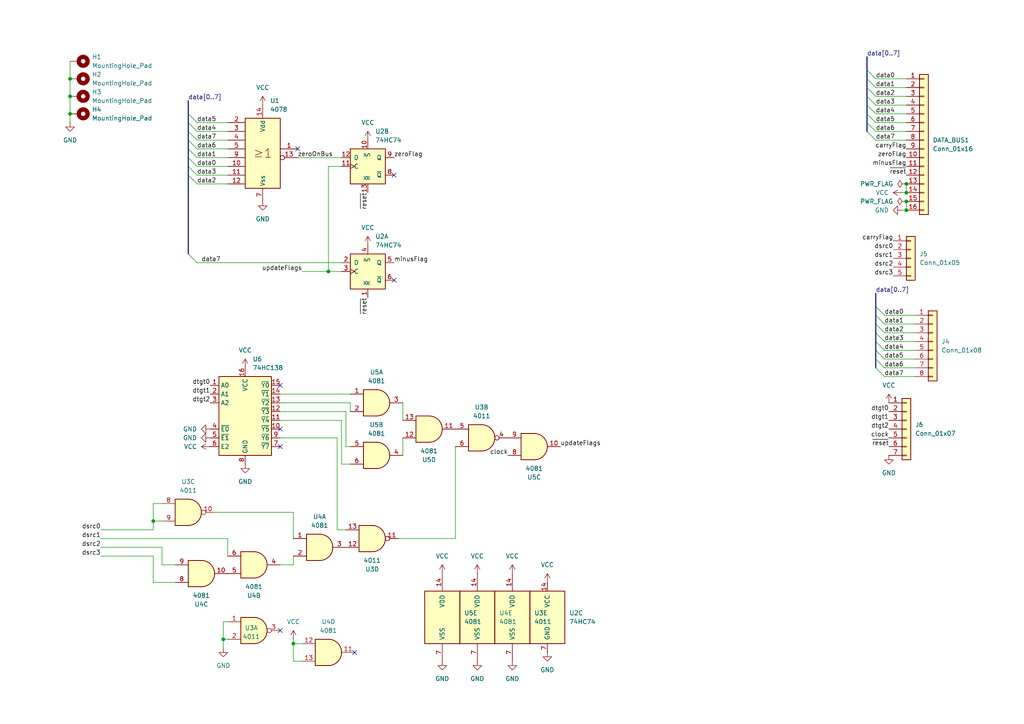
<source format=kicad_sch>
(kicad_sch (version 20250114) (generator "eeschema") (generator_version "9.0")
  (paper "A4")
  (title_block (title "PC-09 Orchestrator Interconnect") (date "2025-02-27") (rev "A"))
  (lib_symbols
    (symbol "4xxx:4011" (pin_names (offset 1.016))
      (property "Reference" "U" (at 0 1.27 0))
      (property "Value" "4011" (at 0 -1.27 0))
      (symbol "4011_1_1"
        (arc (start 0 3.81) (mid 3.7934 0) (end 0 -3.81) (stroke (width 0.254)) (fill (type background)))
        (polyline (pts (xy 0 3.81) (xy -3.81 3.81) (xy -3.81 -3.81) (xy 0 -3.81)) (stroke (width 0.254)) (fill (type background)))
        (pin input line (at -7.62 2.54 0) (length 3.81) (name "~") (number "1"))
        (pin input line (at -7.62 -2.54 0) (length 3.81) (name "~") (number "2"))
        (pin output inverted (at 7.62 0 180) (length 3.81) (name "~") (number "3"))
      )
      (symbol "4011_1_2"
        (arc (start -3.81 3.81) (mid -2.589 0) (end -3.81 -3.81) (stroke (width 0.254)))
        (polyline (pts (xy -3.81 3.81) (xy -0.635 3.81)) (stroke (width 0.254)) (fill (type background)))
        (polyline (pts (xy -3.81 -3.81) (xy -0.635 -3.81)) (stroke (width 0.254)) (fill (type background)))
        (arc (start 3.81 0) (mid 2.1855 -2.584) (end -0.6096 -3.81) (stroke (width 0.254)) (fill (type background)))
        (arc (start -0.6096 3.81) (mid 2.1928 2.5924) (end 3.81 0) (stroke (width 0.254)) (fill (type background)))
        (polyline (pts (xy -0.635 3.81) (xy -3.81 3.81) (xy -3.81 3.81) (xy -3.556 3.4036) (xy -3.0226 2.2606) (xy -2.6924 1.0414) (xy -2.6162 -0.254) (xy -2.7686 -1.4986) (xy -3.175 -2.7178) (xy -3.81 -3.81) (xy -3.81 -3.81) (xy -0.635 -3.81)) (stroke (width -25.4)) (fill (type background)))
        (pin input inverted (at -7.62 2.54 0) (length 4.318) (name "~") (number "1"))
        (pin input inverted (at -7.62 -2.54 0) (length 4.318) (name "~") (number "2"))
        (pin output line (at 7.62 0 180) (length 3.81) (name "~") (number "3"))
      )
      (symbol "4011_2_1"
        (arc (start 0 3.81) (mid 3.7934 0) (end 0 -3.81) (stroke (width 0.254)) (fill (type background)))
        (polyline (pts (xy 0 3.81) (xy -3.81 3.81) (xy -3.81 -3.81) (xy 0 -3.81)) (stroke (width 0.254)) (fill (type background)))
        (pin input line (at -7.62 2.54 0) (length 3.81) (name "~") (number "5"))
        (pin input line (at -7.62 -2.54 0) (length 3.81) (name "~") (number "6"))
        (pin output inverted (at 7.62 0 180) (length 3.81) (name "~") (number "4"))
      )
      (symbol "4011_2_2"
        (arc (start -3.81 3.81) (mid -2.589 0) (end -3.81 -3.81) (stroke (width 0.254)))
        (polyline (pts (xy -3.81 3.81) (xy -0.635 3.81)) (stroke (width 0.254)) (fill (type background)))
        (polyline (pts (xy -3.81 -3.81) (xy -0.635 -3.81)) (stroke (width 0.254)) (fill (type background)))
        (arc (start 3.81 0) (mid 2.1855 -2.584) (end -0.6096 -3.81) (stroke (width 0.254)) (fill (type background)))
        (arc (start -0.6096 3.81) (mid 2.1928 2.5924) (end 3.81 0) (stroke (width 0.254)) (fill (type background)))
        (polyline (pts (xy -0.635 3.81) (xy -3.81 3.81) (xy -3.81 3.81) (xy -3.556 3.4036) (xy -3.0226 2.2606) (xy -2.6924 1.0414) (xy -2.6162 -0.254) (xy -2.7686 -1.4986) (xy -3.175 -2.7178) (xy -3.81 -3.81) (xy -3.81 -3.81) (xy -0.635 -3.81)) (stroke (width -25.4)) (fill (type background)))
        (pin input inverted (at -7.62 2.54 0) (length 4.318) (name "~") (number "5"))
        (pin input inverted (at -7.62 -2.54 0) (length 4.318) (name "~") (number "6"))
        (pin output line (at 7.62 0 180) (length 3.81) (name "~") (number "4"))
      )
      (symbol "4011_3_1"
        (arc (start 0 3.81) (mid 3.7934 0) (end 0 -3.81) (stroke (width 0.254)) (fill (type background)))
        (polyline (pts (xy 0 3.81) (xy -3.81 3.81) (xy -3.81 -3.81) (xy 0 -3.81)) (stroke (width 0.254)) (fill (type background)))
        (pin input line (at -7.62 2.54 0) (length 3.81) (name "~") (number "8"))
        (pin input line (at -7.62 -2.54 0) (length 3.81) (name "~") (number "9"))
        (pin output inverted (at 7.62 0 180) (length 3.81) (name "~") (number "10"))
      )
      (symbol "4011_3_2"
        (arc (start -3.81 3.81) (mid -2.589 0) (end -3.81 -3.81) (stroke (width 0.254)))
        (polyline (pts (xy -3.81 3.81) (xy -0.635 3.81)) (stroke (width 0.254)) (fill (type background)))
        (polyline (pts (xy -3.81 -3.81) (xy -0.635 -3.81)) (stroke (width 0.254)) (fill (type background)))
        (arc (start 3.81 0) (mid 2.1855 -2.584) (end -0.6096 -3.81) (stroke (width 0.254)) (fill (type background)))
        (arc (start -0.6096 3.81) (mid 2.1928 2.5924) (end 3.81 0) (stroke (width 0.254)) (fill (type background)))
        (polyline (pts (xy -0.635 3.81) (xy -3.81 3.81) (xy -3.81 3.81) (xy -3.556 3.4036) (xy -3.0226 2.2606) (xy -2.6924 1.0414) (xy -2.6162 -0.254) (xy -2.7686 -1.4986) (xy -3.175 -2.7178) (xy -3.81 -3.81) (xy -3.81 -3.81) (xy -0.635 -3.81)) (stroke (width -25.4)) (fill (type background)))
        (pin input inverted (at -7.62 2.54 0) (length 4.318) (name "~") (number "8"))
        (pin input inverted (at -7.62 -2.54 0) (length 4.318) (name "~") (number "9"))
        (pin output line (at 7.62 0 180) (length 3.81) (name "~") (number "10"))
      )
      (symbol "4011_4_1"
        (arc (start 0 3.81) (mid 3.7934 0) (end 0 -3.81) (stroke (width 0.254)) (fill (type background)))
        (polyline (pts (xy 0 3.81) (xy -3.81 3.81) (xy -3.81 -3.81) (xy 0 -3.81)) (stroke (width 0.254)) (fill (type background)))
        (pin input line (at -7.62 2.54 0) (length 3.81) (name "~") (number "12"))
        (pin input line (at -7.62 -2.54 0) (length 3.81) (name "~") (number "13"))
        (pin output inverted (at 7.62 0 180) (length 3.81) (name "~") (number "11"))
      )
      (symbol "4011_4_2"
        (arc (start -3.81 3.81) (mid -2.589 0) (end -3.81 -3.81) (stroke (width 0.254)))
        (polyline (pts (xy -3.81 3.81) (xy -0.635 3.81)) (stroke (width 0.254)) (fill (type background)))
        (polyline (pts (xy -3.81 -3.81) (xy -0.635 -3.81)) (stroke (width 0.254)) (fill (type background)))
        (arc (start 3.81 0) (mid 2.1855 -2.584) (end -0.6096 -3.81) (stroke (width 0.254)) (fill (type background)))
        (arc (start -0.6096 3.81) (mid 2.1928 2.5924) (end 3.81 0) (stroke (width 0.254)) (fill (type background)))
        (polyline (pts (xy -0.635 3.81) (xy -3.81 3.81) (xy -3.81 3.81) (xy -3.556 3.4036) (xy -3.0226 2.2606) (xy -2.6924 1.0414) (xy -2.6162 -0.254) (xy -2.7686 -1.4986) (xy -3.175 -2.7178) (xy -3.81 -3.81) (xy -3.81 -3.81) (xy -0.635 -3.81)) (stroke (width -25.4)) (fill (type background)))
        (pin input inverted (at -7.62 2.54 0) (length 4.318) (name "~") (number "12"))
        (pin input inverted (at -7.62 -2.54 0) (length 4.318) (name "~") (number "13"))
        (pin output line (at 7.62 0 180) (length 3.81) (name "~") (number "11"))
      )
      (symbol "4011_5_0"
        (pin power_in line (at 0 12.7 270) (length 5.08) (name "VDD") (number "14"))
        (pin power_in line (at 0 -12.7 90) (length 5.08) (name "VSS") (number "7"))
      )
      (symbol "4011_5_1"
        (rectangle (start -5.08 7.62) (end 5.08 -7.62) (stroke (width 0.254)) (fill (type background)))
      )
    )
    (symbol "4xxx:4081" (pin_names (offset 1.016))
      (property "Reference" "U" (at 0 1.27 0))
      (property "Value" "4081" (at 0 -1.27 0))
      (symbol "4081_1_1"
        (arc (start 0 3.81) (mid 3.7934 0) (end 0 -3.81) (stroke (width 0.254)) (fill (type background)))
        (polyline (pts (xy 0 3.81) (xy -3.81 3.81) (xy -3.81 -3.81) (xy 0 -3.81)) (stroke (width 0.254)) (fill (type background)))
        (pin input line (at -7.62 2.54 0) (length 3.81) (name "~") (number "1"))
        (pin input line (at -7.62 -2.54 0) (length 3.81) (name "~") (number "2"))
        (pin output line (at 7.62 0 180) (length 3.81) (name "~") (number "3"))
      )
      (symbol "4081_1_2"
        (arc (start -3.81 3.81) (mid -2.589 0) (end -3.81 -3.81) (stroke (width 0.254)))
        (polyline (pts (xy -3.81 3.81) (xy -0.635 3.81)) (stroke (width 0.254)) (fill (type background)))
        (polyline (pts (xy -3.81 -3.81) (xy -0.635 -3.81)) (stroke (width 0.254)) (fill (type background)))
        (arc (start 3.81 0) (mid 2.1855 -2.584) (end -0.6096 -3.81) (stroke (width 0.254)) (fill (type background)))
        (arc (start -0.6096 3.81) (mid 2.1928 2.5924) (end 3.81 0) (stroke (width 0.254)) (fill (type background)))
        (polyline (pts (xy -0.635 3.81) (xy -3.81 3.81) (xy -3.81 3.81) (xy -3.556 3.4036) (xy -3.0226 2.2606) (xy -2.6924 1.0414) (xy -2.6162 -0.254) (xy -2.7686 -1.4986) (xy -3.175 -2.7178) (xy -3.81 -3.81) (xy -3.81 -3.81) (xy -0.635 -3.81)) (stroke (width -25.4)) (fill (type background)))
        (pin input inverted (at -7.62 2.54 0) (length 4.318) (name "~") (number "1"))
        (pin input inverted (at -7.62 -2.54 0) (length 4.318) (name "~") (number "2"))
        (pin output inverted (at 7.62 0 180) (length 3.81) (name "~") (number "3"))
      )
      (symbol "4081_2_1"
        (arc (start 0 3.81) (mid 3.7934 0) (end 0 -3.81) (stroke (width 0.254)) (fill (type background)))
        (polyline (pts (xy 0 3.81) (xy -3.81 3.81) (xy -3.81 -3.81) (xy 0 -3.81)) (stroke (width 0.254)) (fill (type background)))
        (pin input line (at -7.62 2.54 0) (length 3.81) (name "~") (number "5"))
        (pin input line (at -7.62 -2.54 0) (length 3.81) (name "~") (number "6"))
        (pin output line (at 7.62 0 180) (length 3.81) (name "~") (number "4"))
      )
      (symbol "4081_2_2"
        (arc (start -3.81 3.81) (mid -2.589 0) (end -3.81 -3.81) (stroke (width 0.254)))
        (polyline (pts (xy -3.81 3.81) (xy -0.635 3.81)) (stroke (width 0.254)) (fill (type background)))
        (polyline (pts (xy -3.81 -3.81) (xy -0.635 -3.81)) (stroke (width 0.254)) (fill (type background)))
        (arc (start 3.81 0) (mid 2.1855 -2.584) (end -0.6096 -3.81) (stroke (width 0.254)) (fill (type background)))
        (arc (start -0.6096 3.81) (mid 2.1928 2.5924) (end 3.81 0) (stroke (width 0.254)) (fill (type background)))
        (polyline (pts (xy -0.635 3.81) (xy -3.81 3.81) (xy -3.81 3.81) (xy -3.556 3.4036) (xy -3.0226 2.2606) (xy -2.6924 1.0414) (xy -2.6162 -0.254) (xy -2.7686 -1.4986) (xy -3.175 -2.7178) (xy -3.81 -3.81) (xy -3.81 -3.81) (xy -0.635 -3.81)) (stroke (width -25.4)) (fill (type background)))
        (pin input inverted (at -7.62 2.54 0) (length 4.318) (name "~") (number "5"))
        (pin input inverted (at -7.62 -2.54 0) (length 4.318) (name "~") (number "6"))
        (pin output inverted (at 7.62 0 180) (length 3.81) (name "~") (number "4"))
      )
      (symbol "4081_3_1"
        (arc (start 0 3.81) (mid 3.7934 0) (end 0 -3.81) (stroke (width 0.254)) (fill (type background)))
        (polyline (pts (xy 0 3.81) (xy -3.81 3.81) (xy -3.81 -3.81) (xy 0 -3.81)) (stroke (width 0.254)) (fill (type background)))
        (pin input line (at -7.62 2.54 0) (length 3.81) (name "~") (number "8"))
        (pin input line (at -7.62 -2.54 0) (length 3.81) (name "~") (number "9"))
        (pin output line (at 7.62 0 180) (length 3.81) (name "~") (number "10"))
      )
      (symbol "4081_3_2"
        (arc (start -3.81 3.81) (mid -2.589 0) (end -3.81 -3.81) (stroke (width 0.254)))
        (polyline (pts (xy -3.81 3.81) (xy -0.635 3.81)) (stroke (width 0.254)) (fill (type background)))
        (polyline (pts (xy -3.81 -3.81) (xy -0.635 -3.81)) (stroke (width 0.254)) (fill (type background)))
        (arc (start 3.81 0) (mid 2.1855 -2.584) (end -0.6096 -3.81) (stroke (width 0.254)) (fill (type background)))
        (arc (start -0.6096 3.81) (mid 2.1928 2.5924) (end 3.81 0) (stroke (width 0.254)) (fill (type background)))
        (polyline (pts (xy -0.635 3.81) (xy -3.81 3.81) (xy -3.81 3.81) (xy -3.556 3.4036) (xy -3.0226 2.2606) (xy -2.6924 1.0414) (xy -2.6162 -0.254) (xy -2.7686 -1.4986) (xy -3.175 -2.7178) (xy -3.81 -3.81) (xy -3.81 -3.81) (xy -0.635 -3.81)) (stroke (width -25.4)) (fill (type background)))
        (pin input inverted (at -7.62 2.54 0) (length 4.318) (name "~") (number "8"))
        (pin input inverted (at -7.62 -2.54 0) (length 4.318) (name "~") (number "9"))
        (pin output inverted (at 7.62 0 180) (length 3.81) (name "~") (number "10"))
      )
      (symbol "4081_4_1"
        (arc (start 0 3.81) (mid 3.7934 0) (end 0 -3.81) (stroke (width 0.254)) (fill (type background)))
        (polyline (pts (xy 0 3.81) (xy -3.81 3.81) (xy -3.81 -3.81) (xy 0 -3.81)) (stroke (width 0.254)) (fill (type background)))
        (pin input line (at -7.62 2.54 0) (length 3.81) (name "~") (number "12"))
        (pin input line (at -7.62 -2.54 0) (length 3.81) (name "~") (number "13"))
        (pin output line (at 7.62 0 180) (length 3.81) (name "~") (number "11"))
      )
      (symbol "4081_4_2"
        (arc (start -3.81 3.81) (mid -2.589 0) (end -3.81 -3.81) (stroke (width 0.254)))
        (polyline (pts (xy -3.81 3.81) (xy -0.635 3.81)) (stroke (width 0.254)) (fill (type background)))
        (polyline (pts (xy -3.81 -3.81) (xy -0.635 -3.81)) (stroke (width 0.254)) (fill (type background)))
        (arc (start 3.81 0) (mid 2.1855 -2.584) (end -0.6096 -3.81) (stroke (width 0.254)) (fill (type background)))
        (arc (start -0.6096 3.81) (mid 2.1928 2.5924) (end 3.81 0) (stroke (width 0.254)) (fill (type background)))
        (polyline (pts (xy -0.635 3.81) (xy -3.81 3.81) (xy -3.81 3.81) (xy -3.556 3.4036) (xy -3.0226 2.2606) (xy -2.6924 1.0414) (xy -2.6162 -0.254) (xy -2.7686 -1.4986) (xy -3.175 -2.7178) (xy -3.81 -3.81) (xy -3.81 -3.81) (xy -0.635 -3.81)) (stroke (width -25.4)) (fill (type background)))
        (pin input inverted (at -7.62 2.54 0) (length 4.318) (name "~") (number "12"))
        (pin input inverted (at -7.62 -2.54 0) (length 4.318) (name "~") (number "13"))
        (pin output inverted (at 7.62 0 180) (length 3.81) (name "~") (number "11"))
      )
      (symbol "4081_5_0"
        (pin power_in line (at 0 12.7 270) (length 5.08) (name "VDD") (number "14"))
        (pin power_in line (at 0 -12.7 90) (length 5.08) (name "VSS") (number "7"))
      )
      (symbol "4081_5_1"
        (rectangle (start -5.08 7.62) (end 5.08 -7.62) (stroke (width 0.254)) (fill (type background)))
      )
    )
    (symbol "4xxx_IEEE:4078"
      (property "Reference" "U" (at 2.54 10.16 0))
      (property "Value" "4078" (at 5.08 -12.7 0))
      (symbol "4078_0_0"
        (rectangle (start -5.08 8.89) (end 5.08 -11.43) (stroke (width 0.254)) (fill (type background)))
        (pin power_in line (at 0 12.7 270) (length 3.81) (name "Vdd") (number "14"))
      )
      (symbol "4078_1_0"
        (text "≥1" (at 0 -1.27 0) (effects (font (size 2.54 2.54))))
        (pin power_in line (at 0 -15.24 90) (length 3.81) (name "Vss") (number "7"))
      )
      (symbol "4078_1_1"
        (pin input line (at -10.16 7.62 0) (length 5.08) (name "~") (number "2"))
        (pin input line (at -10.16 5.08 0) (length 5.08) (name "~") (number "3"))
        (pin input line (at -10.16 2.54 0) (length 5.08) (name "~") (number "4"))
        (pin input line (at -10.16 0 0) (length 5.08) (name "~") (number "5"))
        (pin input line (at -10.16 -2.54 0) (length 5.08) (name "~") (number "9"))
        (pin input line (at -10.16 -5.08 0) (length 5.08) (name "~") (number "10"))
        (pin input line (at -10.16 -7.62 0) (length 5.08) (name "~") (number "11"))
        (pin input line (at -10.16 -10.16 0) (length 5.08) (name "~") (number "12"))
        (pin no_connect line (at 5.08 5.08 180) (length 3.81) (hide yes) (name "~") (number "8"))
        (pin no_connect line (at 5.08 2.54 180) (length 3.81) (hide yes) (name "~") (number "6"))
        (pin output line (at 10.16 0 180) (length 5.08) (name "~") (number "1"))
        (pin output inverted (at 10.16 -2.54 180) (length 5.08) (name "~") (number "13"))
      )
    )
    (symbol "74xx:74HC138"
      (property "Reference" "U" (at -7.62 13.97 0))
      (property "Value" "74HC138" (at 2.54 -11.43 0))
      (symbol "74HC138_0_1"
        (rectangle (start -7.62 12.7) (end 7.62 -10.16) (stroke (width 0.254)) (fill (type background)))
      )
      (symbol "74HC138_1_1"
        (pin input line (at -10.16 10.16 0) (length 2.54) (name "A0") (number "1"))
        (pin input line (at -10.16 7.62 0) (length 2.54) (name "A1") (number "2"))
        (pin input line (at -10.16 5.08 0) (length 2.54) (name "A2") (number "3"))
        (pin input line (at -10.16 -2.54 0) (length 2.54) (name "~{E0}") (number "4"))
        (pin input line (at -10.16 -5.08 0) (length 2.54) (name "~{E1}") (number "5"))
        (pin input line (at -10.16 -7.62 0) (length 2.54) (name "E2") (number "6"))
        (pin power_in line (at 0 15.24 270) (length 2.54) (name "VCC") (number "16"))
        (pin power_in line (at 0 -12.7 90) (length 2.54) (name "GND") (number "8"))
        (pin output line (at 10.16 10.16 180) (length 2.54) (name "~{Y0}") (number "15"))
        (pin output line (at 10.16 7.62 180) (length 2.54) (name "~{Y1}") (number "14"))
        (pin output line (at 10.16 5.08 180) (length 2.54) (name "~{Y2}") (number "13"))
        (pin output line (at 10.16 2.54 180) (length 2.54) (name "~{Y3}") (number "12"))
        (pin output line (at 10.16 0 180) (length 2.54) (name "~{Y4}") (number "11"))
        (pin output line (at 10.16 -2.54 180) (length 2.54) (name "~{Y5}") (number "10"))
        (pin output line (at 10.16 -5.08 180) (length 2.54) (name "~{Y6}") (number "9"))
        (pin output line (at 10.16 -7.62 180) (length 2.54) (name "~{Y7}") (number "7"))
      )
    )
    (symbol "74xx:74HC74" (pin_names (offset 1.016))
      (property "Reference" "U" (at -7.62 8.89 0))
      (property "Value" "74HC74" (at -7.62 -8.89 0))
      (symbol "74HC74_1_0"
        (pin input line (at -7.62 2.54 0) (length 2.54) (name "D") (number "2"))
        (pin input clock (at -7.62 0 0) (length 2.54) (name "C") (number "3"))
        (pin input line (at 0 7.62 270) (length 2.54) (name "~{S}") (number "4"))
        (pin input line (at 0 -7.62 90) (length 2.54) (name "~{R}") (number "1"))
        (pin output line (at 7.62 2.54 180) (length 2.54) (name "Q") (number "5"))
        (pin output line (at 7.62 -2.54 180) (length 2.54) (name "~{Q}") (number "6"))
      )
      (symbol "74HC74_1_1"
        (rectangle (start -5.08 5.08) (end 5.08 -5.08) (stroke (width 0.254)) (fill (type background)))
      )
      (symbol "74HC74_2_0"
        (pin input line (at -7.62 2.54 0) (length 2.54) (name "D") (number "12"))
        (pin input clock (at -7.62 0 0) (length 2.54) (name "C") (number "11"))
        (pin input line (at 0 7.62 270) (length 2.54) (name "~{S}") (number "10"))
        (pin input line (at 0 -7.62 90) (length 2.54) (name "~{R}") (number "13"))
        (pin output line (at 7.62 2.54 180) (length 2.54) (name "Q") (number "9"))
        (pin output line (at 7.62 -2.54 180) (length 2.54) (name "~{Q}") (number "8"))
      )
      (symbol "74HC74_2_1"
        (rectangle (start -5.08 5.08) (end 5.08 -5.08) (stroke (width 0.254)) (fill (type background)))
      )
      (symbol "74HC74_3_0"
        (pin power_in line (at 0 10.16 270) (length 2.54) (name "VCC") (number "14"))
        (pin power_in line (at 0 -10.16 90) (length 2.54) (name "GND") (number "7"))
      )
      (symbol "74HC74_3_1"
        (rectangle (start -5.08 7.62) (end 5.08 -7.62) (stroke (width 0.254)) (fill (type background)))
      )
    )
    (symbol "Connector_Generic:Conn_01x05" (pin_names (offset 1.016) (hide yes))
      (property "Reference" "J" (at 0 7.62 0))
      (property "Value" "Conn_01x05" (at 0 -7.62 0))
      (symbol "Conn_01x05_1_1"
        (rectangle (start -1.27 6.35) (end 1.27 -6.35) (stroke (width 0.254)) (fill (type background)))
        (rectangle (start -1.27 5.207) (end 0 4.953) (stroke (width 0.1524)))
        (rectangle (start -1.27 2.667) (end 0 2.413) (stroke (width 0.1524)))
        (rectangle (start -1.27 0.127) (end 0 -0.127) (stroke (width 0.1524)))
        (rectangle (start -1.27 -2.413) (end 0 -2.667) (stroke (width 0.1524)))
        (rectangle (start -1.27 -4.953) (end 0 -5.207) (stroke (width 0.1524)))
        (pin passive line (at -5.08 5.08 0) (length 3.81) (name "Pin_1") (number "1"))
        (pin passive line (at -5.08 2.54 0) (length 3.81) (name "Pin_2") (number "2"))
        (pin passive line (at -5.08 0 0) (length 3.81) (name "Pin_3") (number "3"))
        (pin passive line (at -5.08 -2.54 0) (length 3.81) (name "Pin_4") (number "4"))
        (pin passive line (at -5.08 -5.08 0) (length 3.81) (name "Pin_5") (number "5"))
      )
    )
    (symbol "Connector_Generic:Conn_01x07" (pin_names (offset 1.016) (hide yes))
      (property "Reference" "J" (at 0 10.16 0))
      (property "Value" "Conn_01x07" (at 0 -10.16 0))
      (symbol "Conn_01x07_1_1"
        (rectangle (start -1.27 8.89) (end 1.27 -8.89) (stroke (width 0.254)) (fill (type background)))
        (rectangle (start -1.27 7.747) (end 0 7.493) (stroke (width 0.1524)))
        (rectangle (start -1.27 5.207) (end 0 4.953) (stroke (width 0.1524)))
        (rectangle (start -1.27 2.667) (end 0 2.413) (stroke (width 0.1524)))
        (rectangle (start -1.27 0.127) (end 0 -0.127) (stroke (width 0.1524)))
        (rectangle (start -1.27 -2.413) (end 0 -2.667) (stroke (width 0.1524)))
        (rectangle (start -1.27 -4.953) (end 0 -5.207) (stroke (width 0.1524)))
        (rectangle (start -1.27 -7.493) (end 0 -7.747) (stroke (width 0.1524)))
        (pin passive line (at -5.08 7.62 0) (length 3.81) (name "Pin_1") (number "1"))
        (pin passive line (at -5.08 5.08 0) (length 3.81) (name "Pin_2") (number "2"))
        (pin passive line (at -5.08 2.54 0) (length 3.81) (name "Pin_3") (number "3"))
        (pin passive line (at -5.08 0 0) (length 3.81) (name "Pin_4") (number "4"))
        (pin passive line (at -5.08 -2.54 0) (length 3.81) (name "Pin_5") (number "5"))
        (pin passive line (at -5.08 -5.08 0) (length 3.81) (name "Pin_6") (number "6"))
        (pin passive line (at -5.08 -7.62 0) (length 3.81) (name "Pin_7") (number "7"))
      )
    )
    (symbol "Connector_Generic:Conn_01x08" (pin_names (offset 1.016) (hide yes))
      (property "Reference" "J" (at 0 10.16 0))
      (property "Value" "Conn_01x08" (at 0 -12.7 0))
      (symbol "Conn_01x08_1_1"
        (rectangle (start -1.27 8.89) (end 1.27 -11.43) (stroke (width 0.254)) (fill (type background)))
        (rectangle (start -1.27 7.747) (end 0 7.493) (stroke (width 0.1524)))
        (rectangle (start -1.27 5.207) (end 0 4.953) (stroke (width 0.1524)))
        (rectangle (start -1.27 2.667) (end 0 2.413) (stroke (width 0.1524)))
        (rectangle (start -1.27 0.127) (end 0 -0.127) (stroke (width 0.1524)))
        (rectangle (start -1.27 -2.413) (end 0 -2.667) (stroke (width 0.1524)))
        (rectangle (start -1.27 -4.953) (end 0 -5.207) (stroke (width 0.1524)))
        (rectangle (start -1.27 -7.493) (end 0 -7.747) (stroke (width 0.1524)))
        (rectangle (start -1.27 -10.033) (end 0 -10.287) (stroke (width 0.1524)))
        (pin passive line (at -5.08 7.62 0) (length 3.81) (name "Pin_1") (number "1"))
        (pin passive line (at -5.08 5.08 0) (length 3.81) (name "Pin_2") (number "2"))
        (pin passive line (at -5.08 2.54 0) (length 3.81) (name "Pin_3") (number "3"))
        (pin passive line (at -5.08 0 0) (length 3.81) (name "Pin_4") (number "4"))
        (pin passive line (at -5.08 -2.54 0) (length 3.81) (name "Pin_5") (number "5"))
        (pin passive line (at -5.08 -5.08 0) (length 3.81) (name "Pin_6") (number "6"))
        (pin passive line (at -5.08 -7.62 0) (length 3.81) (name "Pin_7") (number "7"))
        (pin passive line (at -5.08 -10.16 0) (length 3.81) (name "Pin_8") (number "8"))
      )
    )
    (symbol "Connector_Generic:Conn_01x16" (pin_names (offset 1.016) (hide yes))
      (property "Reference" "J" (at 0 20.32 0))
      (property "Value" "Conn_01x16" (at 0 -22.86 0))
      (symbol "Conn_01x16_1_1"
        (rectangle (start -1.27 19.05) (end 1.27 -21.59) (stroke (width 0.254)) (fill (type background)))
        (rectangle (start -1.27 17.907) (end 0 17.653) (stroke (width 0.1524)))
        (rectangle (start -1.27 15.367) (end 0 15.113) (stroke (width 0.1524)))
        (rectangle (start -1.27 12.827) (end 0 12.573) (stroke (width 0.1524)))
        (rectangle (start -1.27 10.287) (end 0 10.033) (stroke (width 0.1524)))
        (rectangle (start -1.27 7.747) (end 0 7.493) (stroke (width 0.1524)))
        (rectangle (start -1.27 5.207) (end 0 4.953) (stroke (width 0.1524)))
        (rectangle (start -1.27 2.667) (end 0 2.413) (stroke (width 0.1524)))
        (rectangle (start -1.27 0.127) (end 0 -0.127) (stroke (width 0.1524)))
        (rectangle (start -1.27 -2.413) (end 0 -2.667) (stroke (width 0.1524)))
        (rectangle (start -1.27 -4.953) (end 0 -5.207) (stroke (width 0.1524)))
        (rectangle (start -1.27 -7.493) (end 0 -7.747) (stroke (width 0.1524)))
        (rectangle (start -1.27 -10.033) (end 0 -10.287) (stroke (width 0.1524)))
        (rectangle (start -1.27 -12.573) (end 0 -12.827) (stroke (width 0.1524)))
        (rectangle (start -1.27 -15.113) (end 0 -15.367) (stroke (width 0.1524)))
        (rectangle (start -1.27 -17.653) (end 0 -17.907) (stroke (width 0.1524)))
        (rectangle (start -1.27 -20.193) (end 0 -20.447) (stroke (width 0.1524)))
        (pin passive line (at -5.08 17.78 0) (length 3.81) (name "Pin_1") (number "1"))
        (pin passive line (at -5.08 15.24 0) (length 3.81) (name "Pin_2") (number "2"))
        (pin passive line (at -5.08 12.7 0) (length 3.81) (name "Pin_3") (number "3"))
        (pin passive line (at -5.08 10.16 0) (length 3.81) (name "Pin_4") (number "4"))
        (pin passive line (at -5.08 7.62 0) (length 3.81) (name "Pin_5") (number "5"))
        (pin passive line (at -5.08 5.08 0) (length 3.81) (name "Pin_6") (number "6"))
        (pin passive line (at -5.08 2.54 0) (length 3.81) (name "Pin_7") (number "7"))
        (pin passive line (at -5.08 0 0) (length 3.81) (name "Pin_8") (number "8"))
        (pin passive line (at -5.08 -2.54 0) (length 3.81) (name "Pin_9") (number "9"))
        (pin passive line (at -5.08 -5.08 0) (length 3.81) (name "Pin_10") (number "10"))
        (pin passive line (at -5.08 -7.62 0) (length 3.81) (name "Pin_11") (number "11"))
        (pin passive line (at -5.08 -10.16 0) (length 3.81) (name "Pin_12") (number "12"))
        (pin passive line (at -5.08 -12.7 0) (length 3.81) (name "Pin_13") (number "13"))
        (pin passive line (at -5.08 -15.24 0) (length 3.81) (name "Pin_14") (number "14"))
        (pin passive line (at -5.08 -17.78 0) (length 3.81) (name "Pin_15") (number "15"))
        (pin passive line (at -5.08 -20.32 0) (length 3.81) (name "Pin_16") (number "16"))
      )
    )
    (symbol "Mechanical:MountingHole_Pad" (pin_numbers (hide yes)) (pin_names (offset 1.016) (hide yes)) (exclude_from_sim yes) (in_bom no)
      (property "Reference" "H" (at 0 6.35 0))
      (property "Value" "MountingHole_Pad" (at 0 4.445 0))
      (symbol "MountingHole_Pad_0_1"
        (circle (center 0 1.27) (radius 1.27) (stroke (width 1.27)))
      )
      (symbol "MountingHole_Pad_1_1"
        (pin input line (at 0 -2.54 90) (length 2.54) (name "1") (number "1"))
      )
    )
    (symbol "power:GND" (power) (pin_numbers (hide yes)) (pin_names (offset 0) (hide yes))
      (property "Value" "GND" (at 0 -3.81 0))
      (symbol "GND_0_1"
        (polyline (pts (xy 0 0) (xy 0 -1.27) (xy 1.27 -1.27) (xy 0 -2.54) (xy -1.27 -1.27) (xy 0 -1.27)))
      )
      (symbol "GND_1_1"
        (pin power_in line (at 0 0 270) (length 0) (name "~") (number "1"))
      )
    )
    (symbol "power:PWR_FLAG" (power) (pin_numbers (hide yes)) (pin_names (offset 0) (hide yes))
      (property "Value" "PWR_FLAG" (at 0 3.81 0))
      (symbol "PWR_FLAG_0_0"
        (pin power_out line (at 0 0 90) (length 0) (name "~") (number "1"))
      )
      (symbol "PWR_FLAG_0_1"
        (polyline (pts (xy 0 0) (xy 0 1.27) (xy -1.016 1.905) (xy 0 2.54) (xy 1.016 1.905) (xy 0 1.27)))
      )
    )
    (symbol "power:VCC" (power) (pin_numbers (hide yes)) (pin_names (offset 0) (hide yes))
      (property "Value" "VCC" (at 0 3.556 0))
      (symbol "VCC_0_1"
        (polyline (pts (xy -0.762 1.27) (xy 0 2.54)))
        (polyline (pts (xy 0 2.54) (xy 0.762 1.27)))
        (polyline (pts (xy 0 0) (xy 0 2.54)))
      )
      (symbol "VCC_1_1"
        (pin power_in line (at 0 0 90) (length 0) (name "~") (number "1"))
      )
    )
  )
  (junction (at 64.77 185.42))
  (junction (at 262.89 58.42))
  (junction (at 20.32 33.02))
  (junction (at 20.32 27.94))
  (junction (at 262.89 53.34))
  (junction (at 44.45 151.13))
  (junction (at 85.09 186.69))
  (junction (at 95.25 78.74))
  (junction (at 20.32 22.86))
  (junction (at 262.89 55.88))
  (junction (at 262.89 60.96))
  (no_connect (at 81.28 124.46))
  (no_connect (at 86.36 43.18))
  (no_connect (at 114.3 50.8))
  (no_connect (at 81.28 182.88))
  (no_connect (at 114.3 81.28))
  (no_connect (at 81.28 111.76))
  (no_connect (at 81.28 129.54))
  (no_connect (at 102.87 189.23))
  (bus_entry (at 254 93.98) (size 2.54 2.54))
  (bus_entry (at 251.46 20.32) (size 2.54 2.54))
  (bus_entry (at 254 91.44) (size 2.54 2.54))
  (bus_entry (at 251.46 33.02) (size 2.54 2.54))
  (bus_entry (at 54.61 45.72) (size 2.54 2.54))
  (bus_entry (at 251.46 22.86) (size 2.54 2.54))
  (bus_entry (at 54.61 35.56) (size 2.54 2.54))
  (bus_entry (at 254 96.52) (size 2.54 2.54))
  (bus_entry (at 54.61 73.66) (size 2.54 2.54))
  (bus_entry (at 251.46 25.4) (size 2.54 2.54))
  (bus_entry (at 54.61 38.1) (size 2.54 2.54))
  (bus_entry (at 251.46 35.56) (size 2.54 2.54))
  (bus_entry (at 254 106.68) (size 2.54 2.54))
  (bus_entry (at 54.61 50.8) (size 2.54 2.54))
  (bus_entry (at 254 99.06) (size 2.54 2.54))
  (bus_entry (at 54.61 48.26) (size 2.54 2.54))
  (bus_entry (at 254 104.14) (size 2.54 2.54))
  (bus_entry (at 254 101.6) (size 2.54 2.54))
  (bus_entry (at 254 88.9) (size 2.54 2.54))
  (bus_entry (at 251.46 38.1) (size 2.54 2.54))
  (bus_entry (at 54.61 40.64) (size 2.54 2.54))
  (bus_entry (at 54.61 33.02) (size 2.54 2.54))
  (bus_entry (at 251.46 30.48) (size 2.54 2.54))
  (bus_entry (at 251.46 27.94) (size 2.54 2.54))
  (bus_entry (at 54.61 43.18) (size 2.54 2.54))
  (wire (pts (xy 57.15 50.8) (xy 66.04 50.8)))
  (wire (pts (xy 85.09 191.77) (xy 87.63 191.77)))
  (wire (pts (xy 256.54 109.22) (xy 265.43 109.22)))
  (wire (pts (xy 116.84 116.84) (xy 116.84 121.92)))
  (wire (pts (xy 29.21 161.29) (xy 44.45 161.29)))
  (wire (pts (xy 97.79 153.67) (xy 100.33 153.67)))
  (wire (pts (xy 81.28 114.3) (xy 101.6 114.3)))
  (wire (pts (xy 261.62 60.96) (xy 262.89 60.96)))
  (wire (pts (xy 254 40.64) (xy 262.89 40.64)))
  (wire (pts (xy 44.45 153.67) (xy 44.45 151.13)))
  (wire (pts (xy 97.79 127) (xy 97.79 153.67)))
  (wire (pts (xy 66.04 156.21) (xy 66.04 161.29)))
  (bus (pts (xy 254 99.06) (xy 254 101.6)))
  (bus (pts (xy 254 88.9) (xy 254 91.44)))
  (wire (pts (xy 256.54 99.06) (xy 265.43 99.06)))
  (wire (pts (xy 100.33 119.38) (xy 100.33 129.54)))
  (bus (pts (xy 251.46 35.56) (xy 251.46 38.1)))
  (wire (pts (xy 46.99 163.83) (xy 46.99 158.75)))
  (wire (pts (xy 81.28 116.84) (xy 101.6 116.84)))
  (wire (pts (xy 20.32 27.94) (xy 20.32 33.02)))
  (wire (pts (xy 20.32 17.78) (xy 20.32 22.86)))
  (wire (pts (xy 85.09 163.83) (xy 81.28 163.83)))
  (bus (pts (xy 254 91.44) (xy 254 93.98)))
  (wire (pts (xy 44.45 151.13) (xy 46.99 151.13)))
  (wire (pts (xy 64.77 185.42) (xy 64.77 187.96)))
  (wire (pts (xy 256.54 106.68) (xy 265.43 106.68)))
  (wire (pts (xy 29.21 156.21) (xy 66.04 156.21)))
  (wire (pts (xy 44.45 146.05) (xy 46.99 146.05)))
  (wire (pts (xy 254 25.4) (xy 262.89 25.4)))
  (wire (pts (xy 81.28 119.38) (xy 100.33 119.38)))
  (wire (pts (xy 101.6 116.84) (xy 101.6 119.38)))
  (wire (pts (xy 64.77 185.42) (xy 66.04 185.42)))
  (wire (pts (xy 95.25 78.74) (xy 99.06 78.74)))
  (bus (pts (xy 54.61 38.1) (xy 54.61 40.64)))
  (bus (pts (xy 251.46 25.4) (xy 251.46 27.94)))
  (wire (pts (xy 254 27.94) (xy 262.89 27.94)))
  (wire (pts (xy 66.04 180.34) (xy 64.77 180.34)))
  (bus (pts (xy 254 101.6) (xy 254 104.14)))
  (bus (pts (xy 254 85.09) (xy 254 88.9)))
  (wire (pts (xy 87.63 78.74) (xy 95.25 78.74)))
  (wire (pts (xy 99.06 134.62) (xy 99.06 121.92)))
  (wire (pts (xy 85.09 185.42) (xy 85.09 186.69)))
  (bus (pts (xy 251.46 22.86) (xy 251.46 25.4)))
  (bus (pts (xy 54.61 40.64) (xy 54.61 43.18)))
  (wire (pts (xy 85.09 148.59) (xy 85.09 156.21)))
  (wire (pts (xy 46.99 163.83) (xy 50.8 163.83)))
  (wire (pts (xy 256.54 93.98) (xy 265.43 93.98)))
  (wire (pts (xy 99.06 121.92) (xy 81.28 121.92)))
  (wire (pts (xy 46.99 158.75) (xy 29.21 158.75)))
  (wire (pts (xy 85.09 186.69) (xy 87.63 186.69)))
  (bus (pts (xy 254 93.98) (xy 254 96.52)))
  (bus (pts (xy 251.46 16.51) (xy 251.46 20.32)))
  (wire (pts (xy 254 30.48) (xy 262.89 30.48)))
  (bus (pts (xy 54.61 35.56) (xy 54.61 38.1)))
  (wire (pts (xy 101.6 134.62) (xy 99.06 134.62)))
  (wire (pts (xy 254 35.56) (xy 262.89 35.56)))
  (wire (pts (xy 64.77 180.34) (xy 64.77 185.42)))
  (wire (pts (xy 254 33.02) (xy 262.89 33.02)))
  (wire (pts (xy 100.33 129.54) (xy 101.6 129.54)))
  (bus (pts (xy 251.46 30.48) (xy 251.46 33.02)))
  (wire (pts (xy 261.62 55.88) (xy 262.89 55.88)))
  (bus (pts (xy 54.61 43.18) (xy 54.61 45.72)))
  (wire (pts (xy 62.23 148.59) (xy 85.09 148.59)))
  (wire (pts (xy 57.15 48.26) (xy 66.04 48.26)))
  (bus (pts (xy 251.46 33.02) (xy 251.46 35.56)))
  (wire (pts (xy 57.15 53.34) (xy 66.04 53.34)))
  (wire (pts (xy 256.54 96.52) (xy 265.43 96.52)))
  (wire (pts (xy 132.08 129.54) (xy 132.08 156.21)))
  (wire (pts (xy 86.36 45.72) (xy 99.06 45.72)))
  (wire (pts (xy 57.15 35.56) (xy 66.04 35.56)))
  (bus (pts (xy 54.61 48.26) (xy 54.61 50.8)))
  (wire (pts (xy 44.45 161.29) (xy 44.45 168.91)))
  (wire (pts (xy 95.25 48.26) (xy 95.25 78.74)))
  (wire (pts (xy 132.08 156.21) (xy 115.57 156.21)))
  (bus (pts (xy 251.46 20.32) (xy 251.46 22.86)))
  (bus (pts (xy 54.61 33.02) (xy 54.61 35.56)))
  (wire (pts (xy 254 22.86) (xy 262.89 22.86)))
  (bus (pts (xy 54.61 45.72) (xy 54.61 48.26)))
  (bus (pts (xy 54.61 29.21) (xy 54.61 33.02)))
  (wire (pts (xy 254 38.1) (xy 262.89 38.1)))
  (wire (pts (xy 85.09 186.69) (xy 85.09 191.77)))
  (wire (pts (xy 256.54 101.6) (xy 265.43 101.6)))
  (bus (pts (xy 254 96.52) (xy 254 99.06)))
  (wire (pts (xy 262.89 58.42) (xy 262.89 60.96)))
  (wire (pts (xy 57.15 43.18) (xy 66.04 43.18)))
  (bus (pts (xy 54.61 50.8) (xy 54.61 73.66)))
  (wire (pts (xy 262.89 53.34) (xy 262.89 55.88)))
  (wire (pts (xy 256.54 91.44) (xy 265.43 91.44)))
  (wire (pts (xy 99.06 48.26) (xy 95.25 48.26)))
  (wire (pts (xy 57.15 45.72) (xy 66.04 45.72)))
  (wire (pts (xy 29.21 153.67) (xy 44.45 153.67)))
  (wire (pts (xy 57.15 40.64) (xy 66.04 40.64)))
  (bus (pts (xy 254 104.14) (xy 254 106.68)))
  (wire (pts (xy 44.45 151.13) (xy 44.45 146.05)))
  (bus (pts (xy 251.46 27.94) (xy 251.46 30.48)))
  (wire (pts (xy 81.28 127) (xy 97.79 127)))
  (wire (pts (xy 256.54 104.14) (xy 265.43 104.14)))
  (wire (pts (xy 85.09 161.29) (xy 85.09 163.83)))
  (wire (pts (xy 20.32 35.56) (xy 20.32 33.02)))
  (wire (pts (xy 57.15 76.2) (xy 99.06 76.2)))
  (wire (pts (xy 116.84 127) (xy 116.84 132.08)))
  (wire (pts (xy 20.32 22.86) (xy 20.32 27.94)))
  (wire (pts (xy 57.15 38.1) (xy 66.04 38.1)))
  (wire (pts (xy 44.45 168.91) (xy 50.8 168.91)))
  (label "dsrc1" (at 29.21 156.21 180))
  (label "data3" (at 254 30.48 0))
  (label "zeroFlag" (at 262.89 45.72 180))
  (label "~{reset}" (at 257.81 129.54 180))
  (label "dsrc0" (at 259.08 72.39 180))
  (label "data[0..7]" (at 254 85.09 0))
  (label "zeroOnBus" (at 86.36 45.72 0))
  (label "data3" (at 57.15 50.8 0))
  (label "dsrc3" (at 29.21 161.29 180))
  (label "data4" (at 256.54 101.6 0))
  (label "~{reset}" (at 262.89 50.8 180))
  (label "minusFlag" (at 114.3 76.2 0))
  (label "carryFlag" (at 262.89 43.18 180))
  (label "data7" (at 256.54 109.22 0))
  (label "updateFlags" (at 162.56 129.54 0))
  (label "dtgt0" (at 257.81 119.38 180))
  (label "dsrc2" (at 29.21 158.75 180))
  (label "~{reset}" (at 106.68 55.88 270))
  (label "data6" (at 256.54 106.68 0))
  (label "data5" (at 254 35.56 0))
  (label "clock" (at 257.81 127 180))
  (label "dsrc2" (at 259.08 77.47 180))
  (label "data1" (at 57.15 45.72 0))
  (label "data7" (at 254 40.64 0))
  (label "data4" (at 254 33.02 0))
  (label "dsrc1" (at 259.08 74.93 180))
  (label "dsrc0" (at 29.21 153.67 180))
  (label "data2" (at 256.54 96.52 0))
  (label "data1" (at 256.54 93.98 0))
  (label "dtgt1" (at 60.96 114.3 180))
  (label "~{reset}" (at 106.68 86.36 270))
  (label "data2" (at 254 27.94 0))
  (label "data0" (at 256.54 91.44 0))
  (label "data3" (at 256.54 99.06 0))
  (label "data7" (at 58.42 76.2 0))
  (label "clock" (at 147.32 132.08 180))
  (label "minusFlag" (at 262.89 48.26 180))
  (label "dtgt2" (at 257.81 124.46 180))
  (label "dtgt1" (at 257.81 121.92 180))
  (label "dtgt2" (at 60.96 116.84 180))
  (label "carryFlag" (at 259.08 69.85 180))
  (label "data[0..7]" (at 54.61 29.21 0))
  (label "data[0..7]" (at 251.46 16.51 0))
  (label "dsrc3" (at 259.08 80.01 180))
  (label "data1" (at 254 25.4 0))
  (label "updateFlags" (at 87.63 78.74 180))
  (label "data2" (at 57.15 53.34 0))
  (label "data5" (at 256.54 104.14 0))
  (label "data6" (at 254 38.1 0))
  (label "dtgt0" (at 60.96 111.76 180))
  (label "data4" (at 57.15 38.1 0))
  (label "data0" (at 57.15 48.26 0))
  (label "data7" (at 57.15 40.64 0))
  (label "data5" (at 57.15 35.56 0))
  (label "data6" (at 57.15 43.18 0))
  (label "data0" (at 254 22.86 0))
  (label "zeroFlag" (at 114.3 45.72 0))
  (symbol (lib_id "power:GND") (at 148.59 191.77 0) (unit 1)
    (property "Reference" "#PWR016" (effects (hide yes)))
    (property "Value" "GND" (at 148.59 196.85 0))
    (property "Description" "Power symbol creates a global label with name \"GND\" , ground" (effects (hide yes)))
  )
  (symbol (lib_id "power:VCC") (at 60.96 129.54 90) (unit 1)
    (property "Reference" "#PWR010" (effects (hide yes)))
    (property "Value" "VCC" (at 57.15 129.5399 90) (effects (justify left)))
    (property "Description" "Power symbol creates a global label with name \"VCC\"" (effects (hide yes)))
  )
  (symbol (lib_id "74xx:74HC74") (at 106.68 48.26 0) (unit 2)
    (property "Reference" "U2" (at 108.8233 38.1 0) (effects (justify left)))
    (property "Value" "74HC74" (at 108.8233 40.64 0) (effects (justify left)))
    (property "Footprint" "Package_DIP:DIP-14_W7.62mm_LongPads" (effects (hide yes)))
    (property "Datasheet" "74xx/74hc_hct74.pdf" (effects (hide yes)))
    (property "Description" "Dual D Flip-flop, Set & Reset" (effects (hide yes)))
  )
  (symbol (lib_id "4xxx:4011") (at 54.61 148.59 0) (unit 3)
    (property "Reference" "U3" (at 54.6017 139.7 0))
    (property "Value" "4011" (at 54.6017 142.24 0))
    (property "Footprint" "Package_DIP:DIP-14_W7.62mm_LongPads" (effects (hide yes)))
    (property "Datasheet" "http://www.intersil.com/content/dam/Intersil/documents/cd40/cd4011bms-12bms-23bms.pdf" (effects (hide yes)))
    (property "Description" "Quad Nand 2 inputs" (effects (hide yes)))
  )
  (symbol (lib_id "74xx:74HC138") (at 71.12 121.92 0) (unit 1)
    (property "Reference" "U6" (at 73.2633 104.14 0) (effects (justify left)))
    (property "Value" "74HC138" (at 73.2633 106.68 0) (effects (justify left)))
    (property "Footprint" "Package_DIP:DIP-16_W7.62mm_LongPads" (effects (hide yes)))
    (property "Datasheet" "http://www.ti.com/lit/ds/symlink/cd74hc238.pdf" (effects (hide yes)))
    (property "Description" "3-to-8 line decoder/multiplexer inverting, DIP-16/SOIC-16/SSOP-16" (effects (hide yes)))
  )
  (symbol (lib_id "4xxx_IEEE:4078") (at 76.2 43.18 0) (unit 1)
    (property "Reference" "U1" (at 78.3433 29.21 0) (effects (justify left)))
    (property "Value" "4078" (at 78.3433 31.75 0) (effects (justify left)))
    (property "Footprint" "Package_DIP:DIP-14_W7.62mm_LongPads" (effects (hide yes)))
    (property "Datasheet" "https://www.ti.com/lit/ds/symlink/cd4078b.pdf" (effects (hide yes)))
    (property "Description" "8-input OR/NOR gate" (effects (hide yes)))
  )
  (symbol (lib_id "power:VCC") (at 257.81 116.84 0) (unit 1)
    (property "Reference" "#PWR034" (effects (hide yes)))
    (property "Value" "VCC" (at 257.81 111.76 0))
    (property "Description" "Power symbol creates a global label with name \"VCC\"" (effects (hide yes)))
  )
  (symbol (lib_id "power:VCC") (at 85.09 185.42 0) (unit 1)
    (property "Reference" "#PWR019" (effects (hide yes)))
    (property "Value" "VCC" (at 85.09 180.34 0))
    (property "Description" "Power symbol creates a global label with name \"VCC\"" (effects (hide yes)))
  )
  (symbol (lib_id "4xxx:4081") (at 109.22 116.84 0) (unit 1)
    (property "Reference" "U5" (at 109.2117 107.95 0))
    (property "Value" "4081" (at 109.2117 110.49 0))
    (property "Footprint" "Package_DIP:DIP-14_W7.62mm_LongPads" (effects (hide yes)))
    (property "Datasheet" "http://www.intersil.com/content/dam/Intersil/documents/cd40/cd4073bms-81bms-82bms.pdf" (effects (hide yes)))
    (property "Description" "Quad And 2 inputs" (effects (hide yes)))
  )
  (symbol (lib_id "power:VCC") (at 148.59 166.37 0) (unit 1)
    (property "Reference" "#PWR012" (effects (hide yes)))
    (property "Value" "VCC" (at 148.59 161.29 0))
    (property "Description" "Power symbol creates a global label with name \"VCC\"" (effects (hide yes)))
  )
  (symbol (lib_id "74xx:74HC74") (at 158.75 179.07 0) (unit 3)
    (property "Reference" "U2" (at 165.1 177.7999 0) (effects (justify left)))
    (property "Value" "74HC74" (at 165.1 180.3399 0) (effects (justify left)))
    (property "Footprint" "Package_DIP:DIP-14_W7.62mm_LongPads" (effects (hide yes)))
    (property "Datasheet" "74xx/74hc_hct74.pdf" (effects (hide yes)))
    (property "Description" "Dual D Flip-flop, Set & Reset" (effects (hide yes)))
  )
  (symbol (lib_id "power:GND") (at 257.81 132.08 0) (unit 1)
    (property "Reference" "#PWR033" (effects (hide yes)))
    (property "Value" "GND" (at 257.81 137.16 0))
    (property "Description" "Power symbol creates a global label with name \"GND\" , ground" (effects (hide yes)))
  )
  (symbol (lib_id "4xxx:4081") (at 73.66 163.83 0) (mirror x) (unit 2)
    (property "Reference" "U4" (at 73.6517 172.72 0))
    (property "Value" "4081" (at 73.6517 170.18 0))
    (property "Footprint" "Package_DIP:DIP-14_W7.62mm_LongPads" (effects (hide yes)))
    (property "Datasheet" "http://www.intersil.com/content/dam/Intersil/documents/cd40/cd4073bms-81bms-82bms.pdf" (effects (hide yes)))
    (property "Description" "Quad And 2 inputs" (effects (hide yes)))
  )
  (symbol (lib_id "4xxx:4011") (at 139.7 127 0) (unit 2)
    (property "Reference" "U3" (at 139.6917 118.11 0))
    (property "Value" "4011" (at 139.6917 120.65 0))
    (property "Footprint" "Package_DIP:DIP-14_W7.62mm_LongPads" (effects (hide yes)))
    (property "Datasheet" "http://www.intersil.com/content/dam/Intersil/documents/cd40/cd4011bms-12bms-23bms.pdf" (effects (hide yes)))
    (property "Description" "Quad Nand 2 inputs" (effects (hide yes)))
  )
  (symbol (lib_id "power:VCC") (at 106.68 71.12 0) (unit 1)
    (property "Reference" "#PWR06" (effects (hide yes)))
    (property "Value" "VCC" (at 106.68 66.04 0))
    (property "Description" "Power symbol creates a global label with name \"VCC\"" (effects (hide yes)))
  )
  (symbol (lib_id "power:VCC") (at 71.12 106.68 0) (unit 1)
    (property "Reference" "#PWR011" (effects (hide yes)))
    (property "Value" "VCC" (at 71.12 101.6 0))
    (property "Description" "Power symbol creates a global label with name \"VCC\"" (effects (hide yes)))
  )
  (symbol (lib_id "4xxx:4081") (at 124.46 124.46 0) (mirror x) (unit 4)
    (property "Reference" "U5" (at 124.4517 133.35 0))
    (property "Value" "4081" (at 124.4517 130.81 0))
    (property "Footprint" "Package_DIP:DIP-14_W7.62mm_LongPads" (effects (hide yes)))
    (property "Datasheet" "http://www.intersil.com/content/dam/Intersil/documents/cd40/cd4073bms-81bms-82bms.pdf" (effects (hide yes)))
    (property "Description" "Quad And 2 inputs" (effects (hide yes)))
  )
  (symbol (lib_id "Connector_Generic:Conn_01x05") (at 264.16 74.93 0) (unit 1)
    (property "Reference" "J5" (at 266.7 73.6599 0) (effects (justify left)))
    (property "Value" "Conn_01x05" (at 266.7 76.1999 0) (effects (justify left)))
    (property "Footprint" "Connector_PinSocket_2.54mm:PinSocket_1x05_P2.54mm_Vertical" (effects (hide yes)))
    (property "Description" "Generic connector, single row, 01x05, script generated (kicad-library-utils/schlib/autogen/connector/)" (effects (hide yes)))
  )
  (symbol (lib_id "Mechanical:MountingHole_Pad") (at 22.86 22.86 270) (unit 1) (exclude_from_sim yes) (in_bom no)
    (property "Reference" "H2" (at 26.67 21.5899 90) (effects (justify left)))
    (property "Value" "MountingHole_Pad" (at 26.67 24.1299 90) (effects (justify left)))
    (property "Footprint" "MountingHole:MountingHole_3.2mm_M3_Pad_Via" (effects (hide yes)))
    (property "Description" "Mounting Hole with connection" (effects (hide yes)))
  )
  (symbol (lib_id "4xxx:4011") (at 148.59 179.07 0) (unit 5)
    (property "Reference" "U3" (at 154.94 177.7999 0) (effects (justify left)))
    (property "Value" "4011" (at 154.94 180.3399 0) (effects (justify left)))
    (property "Footprint" "Package_DIP:DIP-14_W7.62mm_LongPads" (effects (hide yes)))
    (property "Datasheet" "http://www.intersil.com/content/dam/Intersil/documents/cd40/cd4011bms-12bms-23bms.pdf" (effects (hide yes)))
    (property "Description" "Quad Nand 2 inputs" (effects (hide yes)))
  )
  (symbol (lib_id "power:GND") (at 64.77 187.96 0) (unit 1)
    (property "Reference" "#PWR020" (effects (hide yes)))
    (property "Value" "GND" (at 64.77 193.04 0))
    (property "Description" "Power symbol creates a global label with name \"GND\" , ground" (effects (hide yes)))
  )
  (symbol (lib_id "Mechanical:MountingHole_Pad") (at 22.86 17.78 270) (unit 1) (exclude_from_sim yes) (in_bom no)
    (property "Reference" "H1" (at 26.67 16.5099 90) (effects (justify left)))
    (property "Value" "MountingHole_Pad" (at 26.67 19.0499 90) (effects (justify left)))
    (property "Footprint" "MountingHole:MountingHole_3.2mm_M3_Pad_Via" (effects (hide yes)))
    (property "Description" "Mounting Hole with connection" (effects (hide yes)))
  )
  (symbol (lib_id "4xxx:4081") (at 58.42 166.37 0) (mirror x) (unit 3)
    (property "Reference" "U4" (at 58.4117 175.26 0))
    (property "Value" "4081" (at 58.4117 172.72 0))
    (property "Footprint" "Package_DIP:DIP-14_W7.62mm_LongPads" (effects (hide yes)))
    (property "Datasheet" "http://www.intersil.com/content/dam/Intersil/documents/cd40/cd4073bms-81bms-82bms.pdf" (effects (hide yes)))
    (property "Description" "Quad And 2 inputs" (effects (hide yes)))
  )
  (symbol (lib_id "4xxx:4081") (at 92.71 158.75 0) (unit 1)
    (property "Reference" "U4" (at 92.7017 149.86 0))
    (property "Value" "4081" (at 92.7017 152.4 0))
    (property "Footprint" "Package_DIP:DIP-14_W7.62mm_LongPads" (effects (hide yes)))
    (property "Datasheet" "http://www.intersil.com/content/dam/Intersil/documents/cd40/cd4073bms-81bms-82bms.pdf" (effects (hide yes)))
    (property "Description" "Quad And 2 inputs" (effects (hide yes)))
  )
  (symbol (lib_id "4xxx:4081") (at 138.43 179.07 0) (unit 5)
    (property "Reference" "U4" (at 144.78 177.7999 0) (effects (justify left)))
    (property "Value" "4081" (at 144.78 180.3399 0) (effects (justify left)))
    (property "Footprint" "Package_DIP:DIP-14_W7.62mm_LongPads" (effects (hide yes)))
    (property "Datasheet" "http://www.intersil.com/content/dam/Intersil/documents/cd40/cd4073bms-81bms-82bms.pdf" (effects (hide yes)))
    (property "Description" "Quad And 2 inputs" (effects (hide yes)))
  )
  (symbol (lib_id "power:GND") (at 20.32 35.56 0) (unit 1)
    (property "Reference" "#PWR013" (effects (hide yes)))
    (property "Value" "GND" (at 20.32 40.64 0))
    (property "Description" "Power symbol creates a global label with name \"GND\" , ground" (effects (hide yes)))
  )
  (symbol (lib_id "4xxx:4081") (at 154.94 129.54 0) (mirror x) (unit 3)
    (property "Reference" "U5" (at 154.9317 138.43 0))
    (property "Value" "4081" (at 154.9317 135.89 0))
    (property "Footprint" "Package_DIP:DIP-14_W7.62mm_LongPads" (effects (hide yes)))
    (property "Datasheet" "http://www.intersil.com/content/dam/Intersil/documents/cd40/cd4073bms-81bms-82bms.pdf" (effects (hide yes)))
    (property "Description" "Quad And 2 inputs" (effects (hide yes)))
  )
  (symbol (lib_id "Connector_Generic:Conn_01x16") (at 267.97 40.64 0) (unit 1)
    (property "Reference" "DATA_BUS1" (at 270.51 40.6399 0) (effects (justify left)))
    (property "Value" "Conn_01x16" (at 270.51 43.1799 0) (effects (justify left)))
    (property "Footprint" "Connector_IDC:IDC-Header_2x08_P2.54mm_Horizontal" (effects (hide yes)))
    (property "Description" "Generic connector, single row, 01x16, script generated (kicad-library-utils/schlib/autogen/connector/)" (effects (hide yes)))
  )
  (symbol (lib_id "power:GND") (at 76.2 58.42 0) (unit 1)
    (property "Reference" "#PWR02" (effects (hide yes)))
    (property "Value" "GND" (at 76.2 63.5 0))
    (property "Description" "Power symbol creates a global label with name \"GND\" , ground" (effects (hide yes)))
  )
  (symbol (lib_id "power:PWR_FLAG") (at 262.89 58.42 90) (unit 1)
    (property "Reference" "#FLG02" (effects (hide yes)))
    (property "Value" "PWR_FLAG" (at 259.08 58.4199 90) (effects (justify left)))
    (property "Description" "Special symbol for telling ERC where power comes from" (effects (hide yes)))
  )
  (symbol (lib_id "power:VCC") (at 106.68 40.64 0) (unit 1)
    (property "Reference" "#PWR05" (effects (hide yes)))
    (property "Value" "VCC" (at 106.68 35.56 0))
    (property "Description" "Power symbol creates a global label with name \"VCC\"" (effects (hide yes)))
  )
  (symbol (lib_id "power:GND") (at 71.12 134.62 0) (unit 1)
    (property "Reference" "#PWR07" (effects (hide yes)))
    (property "Value" "GND" (at 71.12 139.7 0))
    (property "Description" "Power symbol creates a global label with name \"GND\" , ground" (effects (hide yes)))
  )
  (symbol (lib_id "power:VCC") (at 76.2 30.48 0) (unit 1)
    (property "Reference" "#PWR01" (effects (hide yes)))
    (property "Value" "VCC" (at 76.2 25.4 0))
    (property "Description" "Power symbol creates a global label with name \"VCC\"" (effects (hide yes)))
  )
  (symbol (lib_id "Mechanical:MountingHole_Pad") (at 22.86 27.94 270) (unit 1) (exclude_from_sim yes) (in_bom no)
    (property "Reference" "H3" (at 26.67 26.6699 90) (effects (justify left)))
    (property "Value" "MountingHole_Pad" (at 26.67 29.2099 90) (effects (justify left)))
    (property "Footprint" "MountingHole:MountingHole_3.2mm_M3_Pad_Via" (effects (hide yes)))
    (property "Description" "Mounting Hole with connection" (effects (hide yes)))
  )
  (symbol (lib_id "power:GND") (at 138.43 191.77 0) (unit 1)
    (property "Reference" "#PWR017" (effects (hide yes)))
    (property "Value" "GND" (at 138.43 196.85 0))
    (property "Description" "Power symbol creates a global label with name \"GND\" , ground" (effects (hide yes)))
  )
  (symbol (lib_id "power:VCC") (at 138.43 166.37 0) (unit 1)
    (property "Reference" "#PWR014" (effects (hide yes)))
    (property "Value" "VCC" (at 138.43 161.29 0))
    (property "Description" "Power symbol creates a global label with name \"VCC\"" (effects (hide yes)))
  )
  (symbol (lib_id "power:GND") (at 158.75 189.23 0) (unit 1)
    (property "Reference" "#PWR04" (effects (hide yes)))
    (property "Value" "GND" (at 158.75 194.31 0))
    (property "Description" "Power symbol creates a global label with name \"GND\" , ground" (effects (hide yes)))
  )
  (symbol (lib_id "power:VCC") (at 128.27 166.37 0) (unit 1)
    (property "Reference" "#PWR015" (effects (hide yes)))
    (property "Value" "VCC" (at 128.27 161.29 0))
    (property "Description" "Power symbol creates a global label with name \"VCC\"" (effects (hide yes)))
  )
  (symbol (lib_id "74xx:74HC74") (at 106.68 78.74 0) (unit 1)
    (property "Reference" "U2" (at 108.8233 68.58 0) (effects (justify left)))
    (property "Value" "74HC74" (at 108.8233 71.12 0) (effects (justify left)))
    (property "Footprint" "Package_DIP:DIP-14_W7.62mm_LongPads" (effects (hide yes)))
    (property "Datasheet" "74xx/74hc_hct74.pdf" (effects (hide yes)))
    (property "Description" "Dual D Flip-flop, Set & Reset" (effects (hide yes)))
  )
  (symbol (lib_id "power:GND") (at 60.96 127 270) (unit 1)
    (property "Reference" "#PWR09" (effects (hide yes)))
    (property "Value" "GND" (at 57.15 126.9999 90) (effects (justify right)))
    (property "Description" "Power symbol creates a global label with name \"GND\" , ground" (effects (hide yes)))
  )
  (symbol (lib_id "power:GND") (at 128.27 191.77 0) (unit 1)
    (property "Reference" "#PWR018" (effects (hide yes)))
    (property "Value" "GND" (at 128.27 196.85 0))
    (property "Description" "Power symbol creates a global label with name \"GND\" , ground" (effects (hide yes)))
  )
  (symbol (lib_id "power:GND") (at 261.62 60.96 270) (unit 1)
    (property "Reference" "#PWR021" (effects (hide yes)))
    (property "Value" "GND" (at 257.81 60.9599 90) (effects (justify right)))
    (property "Description" "Power symbol creates a global label with name \"GND\" , ground" (effects (hide yes)))
  )
  (symbol (lib_id "4xxx:4081") (at 128.27 179.07 0) (unit 5)
    (property "Reference" "U5" (at 134.62 177.7999 0) (effects (justify left)))
    (property "Value" "4081" (at 134.62 180.3399 0) (effects (justify left)))
    (property "Footprint" "Package_DIP:DIP-14_W7.62mm_LongPads" (effects (hide yes)))
    (property "Datasheet" "http://www.intersil.com/content/dam/Intersil/documents/cd40/cd4073bms-81bms-82bms.pdf" (effects (hide yes)))
    (property "Description" "Quad And 2 inputs" (effects (hide yes)))
  )
  (symbol (lib_id "Mechanical:MountingHole_Pad") (at 22.86 33.02 270) (unit 1) (exclude_from_sim yes) (in_bom no)
    (property "Reference" "H4" (at 26.67 31.7499 90) (effects (justify left)))
    (property "Value" "MountingHole_Pad" (at 26.67 34.2899 90) (effects (justify left)))
    (property "Footprint" "MountingHole:MountingHole_3.2mm_M3_Pad_Via" (effects (hide yes)))
    (property "Description" "Mounting Hole with connection" (effects (hide yes)))
  )
  (symbol (lib_id "power:VCC") (at 158.75 168.91 0) (unit 1)
    (property "Reference" "#PWR03" (effects (hide yes)))
    (property "Value" "VCC" (at 158.75 163.83 0))
    (property "Description" "Power symbol creates a global label with name \"VCC\"" (effects (hide yes)))
  )
  (symbol (lib_id "4xxx:4011") (at 107.95 156.21 0) (mirror x) (unit 4)
    (property "Reference" "U3" (at 107.9417 165.1 0))
    (property "Value" "4011" (at 107.9417 162.56 0))
    (property "Footprint" "Package_DIP:DIP-14_W7.62mm_LongPads" (effects (hide yes)))
    (property "Datasheet" "http://www.intersil.com/content/dam/Intersil/documents/cd40/cd4011bms-12bms-23bms.pdf" (effects (hide yes)))
    (property "Description" "Quad Nand 2 inputs" (effects (hide yes)))
  )
  (symbol (lib_id "power:PWR_FLAG") (at 262.89 53.34 90) (unit 1)
    (property "Reference" "#FLG01" (effects (hide yes)))
    (property "Value" "PWR_FLAG" (at 259.08 53.3399 90) (effects (justify left)))
    (property "Description" "Special symbol for telling ERC where power comes from" (effects (hide yes)))
  )
  (symbol (lib_id "Connector_Generic:Conn_01x08") (at 270.51 99.06 0) (unit 1)
    (property "Reference" "J4" (at 273.05 99.0599 0) (effects (justify left)))
    (property "Value" "Conn_01x08" (at 273.05 101.5999 0) (effects (justify left)))
    (property "Footprint" "Connector_PinSocket_2.54mm:PinSocket_1x08_P2.54mm_Vertical" (effects (hide yes)))
    (property "Description" "Generic connector, single row, 01x08, script generated (kicad-library-utils/schlib/autogen/connector/)" (effects (hide yes)))
  )
  (symbol (lib_id "Connector_Generic:Conn_01x07") (at 262.89 124.46 0) (unit 1)
    (property "Reference" "J6" (at 265.43 123.1899 0) (effects (justify left)))
    (property "Value" "Conn_01x07" (at 265.43 125.7299 0) (effects (justify left)))
    (property "Footprint" "Connector_PinSocket_2.54mm:PinSocket_1x07_P2.54mm_Vertical" (effects (hide yes)))
    (property "Description" "Generic connector, single row, 01x07, script generated (kicad-library-utils/schlib/autogen/connector/)" (effects (hide yes)))
  )
  (symbol (lib_id "4xxx:4011") (at 73.66 182.88 0) (unit 1)
    (property "Reference" "U3" (at 72.898 182.118 0))
    (property "Value" "4011" (at 72.898 184.658 0))
    (property "Footprint" "Package_DIP:DIP-14_W7.62mm_LongPads" (effects (hide yes)))
    (property "Datasheet" "http://www.intersil.com/content/dam/Intersil/documents/cd40/cd4011bms-12bms-23bms.pdf" (effects (hide yes)))
    (property "Description" "Quad Nand 2 inputs" (effects (hide yes)))
  )
  (symbol (lib_id "4xxx:4081") (at 95.25 189.23 0) (unit 4)
    (property "Reference" "U4" (at 95.2417 180.34 0))
    (property "Value" "4081" (at 95.2417 182.88 0))
    (property "Footprint" "Package_DIP:DIP-14_W7.62mm_LongPads" (effects (hide yes)))
    (property "Datasheet" "http://www.intersil.com/content/dam/Intersil/documents/cd40/cd4073bms-81bms-82bms.pdf" (effects (hide yes)))
    (property "Description" "Quad And 2 inputs" (effects (hide yes)))
  )
  (symbol (lib_id "power:GND") (at 60.96 124.46 270) (unit 1)
    (property "Reference" "#PWR08" (effects (hide yes)))
    (property "Value" "GND" (at 57.15 124.4599 90) (effects (justify right)))
    (property "Description" "Power symbol creates a global label with name \"GND\" , ground" (effects (hide yes)))
  )
  (symbol (lib_id "power:VCC") (at 261.62 55.88 90) (unit 1)
    (property "Reference" "#PWR022" (effects (hide yes)))
    (property "Value" "VCC" (at 257.81 55.8799 90) (effects (justify left)))
    (property "Description" "Power symbol creates a global label with name \"VCC\"" (effects (hide yes)))
  )
  (symbol (lib_id "4xxx:4081") (at 109.22 132.08 0) (unit 2)
    (property "Reference" "U5" (at 109.2117 123.19 0))
    (property "Value" "4081" (at 109.2117 125.73 0))
    (property "Footprint" "Package_DIP:DIP-14_W7.62mm_LongPads" (effects (hide yes)))
    (property "Datasheet" "http://www.intersil.com/content/dam/Intersil/documents/cd40/cd4073bms-81bms-82bms.pdf" (effects (hide yes)))
    (property "Description" "Quad And 2 inputs" (effects (hide yes)))
  )
)
</source>
